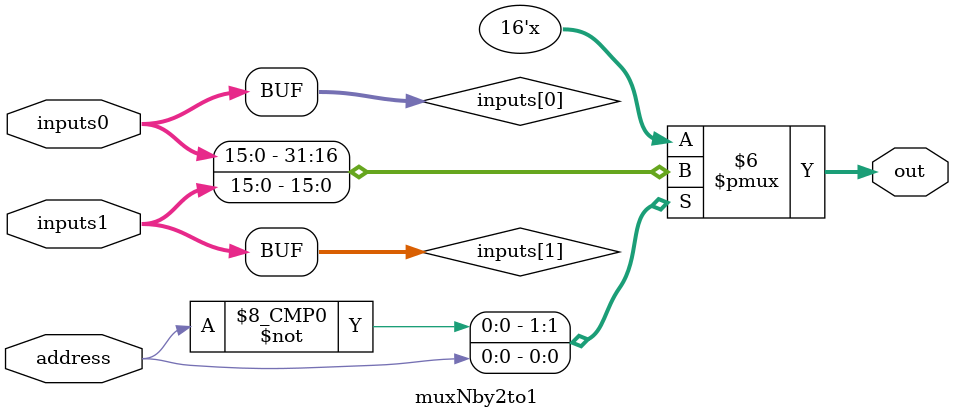
<source format=v>
module mux2to1
(
	output		out,
	input 		address,
	input[1:0] 	inputs
);

	assign out = inputs[address];
	
endmodule


module muxNby2to1
#(parameter width = 16)
(
	output [width-1:0] out,
	input address,
	input [width-1:0] inputs0, inputs1
	);
wire [width-1:0] inputs[1:0];
assign inputs[1] = inputs1;
assign inputs[0] = inputs0;

assign out = inputs[address];

endmodule
</source>
